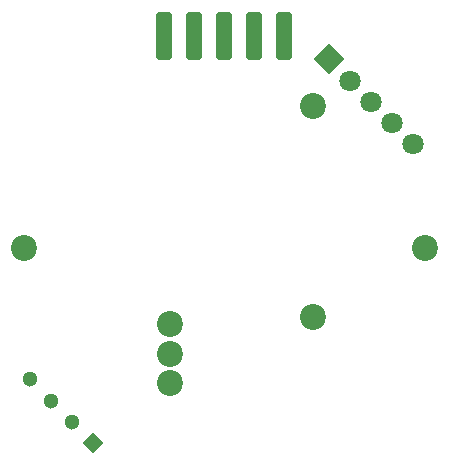
<source format=gbs>
%FSLAX33Y33*%
%MOMM*%
%AMRect-W1300000-H1300000-RO1.750*
21,1,1.3,1.3,0.,0.,45*%
%AMRR-H1300000-W4000000-R120000-RO0.500*
21,1,3.76,1.3,0.,0.,270*
21,1,4.,1.06,0.,0.,270*
1,1,0.24,0.53,1.88*
1,1,0.24,0.53,-1.88*
1,1,0.24,-0.53,-1.88*
1,1,0.24,-0.53,1.88*%
%AMRect-W1800000-H1800000-RO1.750*
21,1,1.8,1.8,0.,0.,45*%
%ADD10C,2.2*%
%ADD11C,1.3*%
%ADD12Rect-W1300000-H1300000-RO1.750*%
%ADD13RR-H1300000-W4000000-R120000-RO0.500*%
%ADD14C,1.8*%
%ADD15Rect-W1800000-H1800000-RO1.750*%
D10*
%LNbottom solder mask_traces*%
G01*
X-17000Y0D03*
X7525Y-5850D03*
X-4575Y-8971D03*
X17000Y0D03*
X7525Y12000D03*
X-4575Y-11425D03*
X-4575Y-6450D03*
%LNbottom solder mask component 7315b2cb7b9903fe*%
D11*
X-12908Y-14704D03*
X-14704Y-12908D03*
X-16500Y-11112D03*
D12*
X-11112Y-16500D03*
%LNbottom solder mask component eceea0cbb67eeceb*%
D13*
X5080Y18000D03*
X2540Y18000D03*
X0Y18000D03*
X-2540Y18000D03*
X-5080Y18000D03*
%LNbottom solder mask component 9deb23392e05f969*%
D14*
X10604Y14196D03*
X12400Y12400D03*
X14196Y10604D03*
X15992Y8808D03*
D15*
X8808Y15992D03*
M02*
</source>
